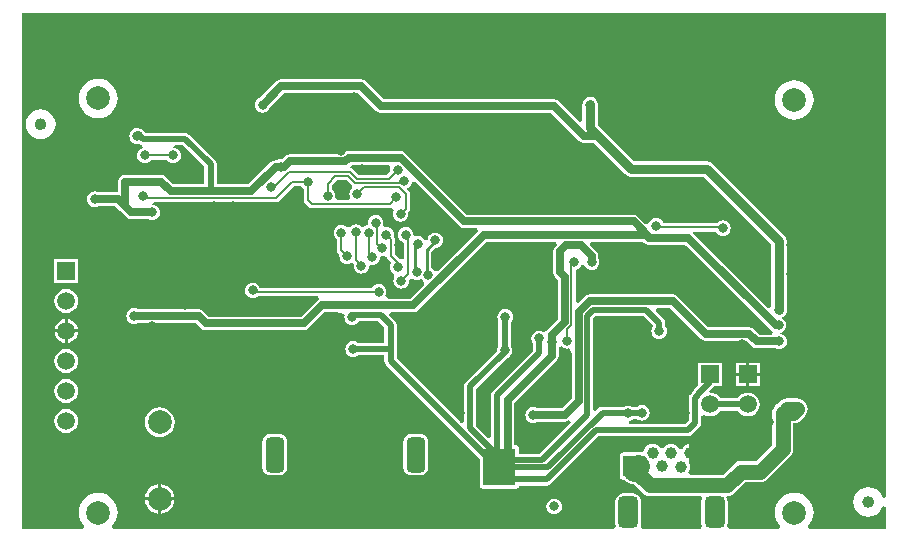
<source format=gbl>
%FSLAX25Y25*%
%MOIN*%
G70*
G01*
G75*
G04 Layer_Physical_Order=2*
G04 Layer_Color=16711680*
%ADD10C,0.01969*%
%ADD11R,0.03000X0.03000*%
%ADD12R,0.02500X0.02000*%
%ADD13R,0.03000X0.03200*%
%ADD14O,0.05906X0.01378*%
%ADD15R,0.03000X0.03000*%
%ADD16R,0.05118X0.05906*%
%ADD17R,0.02000X0.02500*%
%ADD18R,0.01102X0.03543*%
%ADD19R,0.03543X0.01102*%
%ADD20R,0.01102X0.03543*%
%ADD21R,0.05906X0.05118*%
%ADD22R,0.02362X0.05709*%
%ADD23O,0.07087X0.01378*%
%ADD24O,0.02756X0.00787*%
%ADD25O,0.00787X0.02756*%
%ADD26R,0.14961X0.14961*%
%ADD27R,0.05709X0.02362*%
%ADD28R,0.04331X0.04724*%
%ADD29C,0.00800*%
%ADD30C,0.05000*%
%ADD31C,0.01500*%
%ADD32C,0.01000*%
%ADD33C,0.02000*%
%ADD34C,0.07500*%
%ADD35C,0.01200*%
%ADD36C,0.02500*%
%ADD37C,0.04000*%
%ADD38C,0.00600*%
%ADD39R,0.10000X0.10000*%
%ADD40R,0.09000X0.14000*%
%ADD41R,0.10500X0.11500*%
%ADD42R,0.85500X0.12500*%
%ADD43R,0.22500X0.12500*%
%ADD44R,0.02000X0.06500*%
%ADD45R,0.07000X0.18000*%
%ADD46R,0.08500X0.07000*%
%ADD47R,0.05906X0.05906*%
%ADD48C,0.05906*%
%ADD49C,0.07874*%
G04:AMPARAMS|DCode=50|XSize=157.48mil|YSize=74.8mil|CornerRadius=18.7mil|HoleSize=0mil|Usage=FLASHONLY|Rotation=0.000|XOffset=0mil|YOffset=0mil|HoleType=Round|Shape=RoundedRectangle|*
%AMROUNDEDRECTD50*
21,1,0.15748,0.03740,0,0,0.0*
21,1,0.12008,0.07480,0,0,0.0*
1,1,0.03740,0.06004,-0.01870*
1,1,0.03740,-0.06004,-0.01870*
1,1,0.03740,-0.06004,0.01870*
1,1,0.03740,0.06004,0.01870*
%
%ADD50ROUNDEDRECTD50*%
G04:AMPARAMS|DCode=51|XSize=118.11mil|YSize=62.99mil|CornerRadius=15.75mil|HoleSize=0mil|Usage=FLASHONLY|Rotation=270.000|XOffset=0mil|YOffset=0mil|HoleType=Round|Shape=RoundedRectangle|*
%AMROUNDEDRECTD51*
21,1,0.11811,0.03150,0,0,270.0*
21,1,0.08661,0.06299,0,0,270.0*
1,1,0.03150,-0.01575,-0.04331*
1,1,0.03150,-0.01575,0.04331*
1,1,0.03150,0.01575,0.04331*
1,1,0.03150,0.01575,-0.04331*
%
%ADD51ROUNDEDRECTD51*%
G04:AMPARAMS|DCode=52|XSize=106.3mil|YSize=66.93mil|CornerRadius=16.73mil|HoleSize=0mil|Usage=FLASHONLY|Rotation=90.000|XOffset=0mil|YOffset=0mil|HoleType=Round|Shape=RoundedRectangle|*
%AMROUNDEDRECTD52*
21,1,0.10630,0.03347,0,0,90.0*
21,1,0.07284,0.06693,0,0,90.0*
1,1,0.03346,0.01673,0.03642*
1,1,0.03346,0.01673,-0.03642*
1,1,0.03346,-0.01673,-0.03642*
1,1,0.03346,-0.01673,0.03642*
%
%ADD52ROUNDEDRECTD52*%
%ADD53C,0.03937*%
%ADD54C,0.03200*%
%ADD55C,0.02598*%
%ADD56C,0.03000*%
%ADD57R,0.07500X0.07000*%
%ADD58R,0.09500X0.07500*%
%ADD59R,0.10900X0.12400*%
G36*
X274500Y147421D02*
Y13013D01*
X273519Y12818D01*
X273030Y14000D01*
X272235Y15035D01*
X271200Y15830D01*
X269994Y16329D01*
X268700Y16499D01*
X267406Y16329D01*
X266200Y15830D01*
X265165Y15035D01*
X264370Y14000D01*
X263871Y12794D01*
X263701Y11500D01*
X263871Y10206D01*
X264370Y9000D01*
X265165Y7965D01*
X266200Y7170D01*
X267406Y6671D01*
X268700Y6500D01*
X269994Y6671D01*
X271200Y7170D01*
X272235Y7965D01*
X273030Y9000D01*
X273519Y10182D01*
X274500Y9987D01*
Y2500D01*
X249342D01*
X248687Y3298D01*
X248637Y3404D01*
X249431Y4371D01*
X250034Y5500D01*
X250406Y6726D01*
X250531Y8000D01*
X250406Y9274D01*
X250034Y10499D01*
X249431Y11629D01*
X248618Y12618D01*
X247629Y13431D01*
X246499Y14034D01*
X245274Y14406D01*
X244000Y14532D01*
X242726Y14406D01*
X241500Y14034D01*
X240371Y13431D01*
X239382Y12618D01*
X238569Y11629D01*
X237966Y10499D01*
X237594Y9274D01*
X237469Y8000D01*
X237594Y6726D01*
X237966Y5500D01*
X238569Y4371D01*
X239363Y3404D01*
X239313Y3298D01*
X238658Y2500D01*
X222197D01*
X221641Y3331D01*
X221778Y3660D01*
X221869Y4358D01*
Y11642D01*
X221778Y12340D01*
X221508Y12990D01*
X221461Y13052D01*
X221686Y13509D01*
X222599Y13629D01*
X223451Y13982D01*
X224182Y14543D01*
X227759Y18120D01*
X232650D01*
X233564Y18240D01*
X234415Y18593D01*
X235146Y19154D01*
X235146Y19154D01*
X235146Y19154D01*
X242696Y26704D01*
X243257Y27435D01*
X243610Y28286D01*
X243730Y29200D01*
X243730Y29200D01*
X243730Y29200D01*
Y29200D01*
Y37674D01*
X244614Y37790D01*
X245465Y38143D01*
X246196Y38704D01*
X247496Y40004D01*
X248057Y40735D01*
X248410Y41586D01*
X248530Y42500D01*
X248410Y43414D01*
X248057Y44265D01*
X247496Y44996D01*
X246765Y45557D01*
X245914Y45910D01*
X245000Y46030D01*
X241500D01*
X240586Y45910D01*
X239735Y45557D01*
X239004Y44996D01*
X238443Y44265D01*
X238440Y44260D01*
X238435Y44257D01*
X237704Y43696D01*
X237143Y42965D01*
X236790Y42114D01*
X236670Y41200D01*
Y30662D01*
X231188Y25180D01*
X226297D01*
X225383Y25060D01*
X224532Y24707D01*
X223801Y24146D01*
X220223Y20569D01*
X209166D01*
X208723Y21466D01*
X208873Y21660D01*
X209172Y22382D01*
X209274Y23157D01*
X209172Y23932D01*
X208873Y24655D01*
X209429Y24888D01*
X208929Y24953D01*
Y27881D01*
Y30810D01*
X208654Y30774D01*
X207932Y30475D01*
X207312Y29999D01*
X206836Y29379D01*
X206679Y29000D01*
X205679D01*
X205522Y29379D01*
X205046Y29999D01*
X204426Y30475D01*
X203704Y30774D01*
X202929Y30876D01*
X202154Y30774D01*
X201432Y30475D01*
X200812Y29999D01*
X200380Y29436D01*
X199380D01*
X198948Y29999D01*
X198328Y30475D01*
X197606Y30774D01*
X196831Y30876D01*
X196056Y30774D01*
X195334Y30475D01*
X194714Y29999D01*
X194238Y29379D01*
X193939Y28657D01*
X193936Y28638D01*
X193240Y28128D01*
D01*
X193240Y28128D01*
D01*
X192000Y28291D01*
X190760Y28128D01*
X190499Y28020D01*
X187000D01*
X186610Y27942D01*
X186279Y27721D01*
X186058Y27390D01*
X185980Y27000D01*
Y22413D01*
X185959Y22250D01*
X185980Y22087D01*
Y20000D01*
X186058Y19610D01*
X186279Y19279D01*
X186610Y19058D01*
X187000Y18980D01*
X187272D01*
X187362Y18862D01*
X188355Y18101D01*
X189510Y17622D01*
X190518Y17490D01*
X193465Y14543D01*
X193465D01*
X193465Y14543D01*
X193465Y14543D01*
Y14543D01*
X194196Y13982D01*
X195047Y13629D01*
X195961Y13509D01*
X212807D01*
X213362Y12677D01*
X213222Y12340D01*
X213130Y11642D01*
Y4358D01*
X213222Y3660D01*
X213359Y3331D01*
X212803Y2500D01*
X193457D01*
X192901Y3331D01*
X193037Y3660D01*
X193129Y4358D01*
Y11642D01*
X193037Y12340D01*
X192768Y12990D01*
X192340Y13548D01*
X191781Y13977D01*
X191131Y14246D01*
X190433Y14338D01*
X187087D01*
X186389Y14246D01*
X185739Y13977D01*
X185180Y13548D01*
X184751Y12990D01*
X184482Y12340D01*
X184390Y11642D01*
Y4358D01*
X184482Y3660D01*
X184618Y3331D01*
X184063Y2500D01*
X17342D01*
X16687Y3298D01*
X16637Y3404D01*
X17431Y4371D01*
X18034Y5500D01*
X18406Y6726D01*
X18531Y8000D01*
X18406Y9274D01*
X18034Y10499D01*
X17431Y11629D01*
X16618Y12618D01*
X15629Y13431D01*
X14500Y14034D01*
X13274Y14406D01*
X12000Y14532D01*
X10726Y14406D01*
X9500Y14034D01*
X8371Y13431D01*
X7382Y12618D01*
X6569Y11629D01*
X5966Y10499D01*
X5594Y9274D01*
X5469Y8000D01*
X5594Y6726D01*
X5966Y5500D01*
X6569Y4371D01*
X7363Y3404D01*
X7313Y3298D01*
X6658Y2500D01*
X-13500D01*
Y174500D01*
X274500D01*
Y147421D01*
D02*
G37*
%LPC*%
G36*
X209929Y30810D02*
Y28382D01*
X212357D01*
X212321Y28657D01*
X212022Y29379D01*
X211546Y29999D01*
X210926Y30475D01*
X210204Y30774D01*
X209929Y30810D01*
D02*
G37*
G36*
X32500Y43070D02*
X31211Y42900D01*
X30010Y42403D01*
X28979Y41612D01*
X28188Y40580D01*
X27690Y39379D01*
X27520Y38091D01*
X27690Y36802D01*
X28188Y35601D01*
X28979Y34569D01*
X30010Y33778D01*
X31211Y33281D01*
X32500Y33111D01*
X33789Y33281D01*
X34990Y33778D01*
X36021Y34569D01*
X36812Y35601D01*
X37310Y36802D01*
X37480Y38091D01*
X37310Y39379D01*
X36812Y40580D01*
X36021Y41612D01*
X34990Y42403D01*
X33789Y42900D01*
X32500Y43070D01*
D02*
G37*
G36*
X119475Y34228D02*
X116325D01*
X115653Y34139D01*
X115027Y33880D01*
X114489Y33467D01*
X114076Y32929D01*
X113817Y32303D01*
X113728Y31631D01*
Y22969D01*
X113817Y22297D01*
X114076Y21671D01*
X114489Y21133D01*
X115027Y20720D01*
X115653Y20461D01*
X116325Y20372D01*
X119475D01*
X120147Y20461D01*
X120773Y20720D01*
X121311Y21133D01*
X121724Y21671D01*
X121983Y22297D01*
X122072Y22969D01*
Y31631D01*
X121983Y32303D01*
X121724Y32929D01*
X121311Y33467D01*
X120773Y33880D01*
X120147Y34139D01*
X119475Y34228D01*
D02*
G37*
G36*
X212357Y27382D02*
X209929D01*
Y24954D01*
X210204Y24990D01*
X210926Y25289D01*
X211546Y25765D01*
X212022Y26385D01*
X212321Y27107D01*
X212357Y27382D01*
D02*
G37*
G36*
X1400Y52487D02*
X368Y52351D01*
X-593Y51953D01*
X-1419Y51319D01*
X-2053Y50493D01*
X-2451Y49532D01*
X-2587Y48500D01*
X-2451Y47468D01*
X-2053Y46507D01*
X-1419Y45681D01*
X-593Y45047D01*
X368Y44649D01*
X1400Y44513D01*
X2432Y44649D01*
X3393Y45047D01*
X4219Y45681D01*
X4853Y46507D01*
X5251Y47468D01*
X5387Y48500D01*
X5251Y49532D01*
X4853Y50493D01*
X4219Y51319D01*
X3393Y51953D01*
X2432Y52351D01*
X1400Y52487D01*
D02*
G37*
G36*
X228100Y53500D02*
X224647D01*
Y50047D01*
X228100D01*
Y53500D01*
D02*
G37*
G36*
X1400Y42487D02*
X368Y42351D01*
X-593Y41953D01*
X-1419Y41319D01*
X-2053Y40493D01*
X-2451Y39532D01*
X-2587Y38500D01*
X-2451Y37468D01*
X-2053Y36507D01*
X-1419Y35681D01*
X-593Y35047D01*
X368Y34649D01*
X1400Y34513D01*
X2432Y34649D01*
X3393Y35047D01*
X4219Y35681D01*
X4853Y36507D01*
X5251Y37468D01*
X5387Y38500D01*
X5251Y39532D01*
X4853Y40493D01*
X4219Y41319D01*
X3393Y41953D01*
X2432Y42351D01*
X1400Y42487D01*
D02*
G37*
G36*
X164000Y12622D02*
X163321Y12533D01*
X162689Y12271D01*
X162146Y11854D01*
X161729Y11311D01*
X161467Y10679D01*
X161378Y10000D01*
X161467Y9321D01*
X161729Y8689D01*
X162146Y8146D01*
X162689Y7729D01*
X163321Y7467D01*
X164000Y7378D01*
X164679Y7467D01*
X165311Y7729D01*
X165854Y8146D01*
X166271Y8689D01*
X166533Y9321D01*
X166622Y10000D01*
X166533Y10679D01*
X166271Y11311D01*
X165854Y11854D01*
X165311Y12271D01*
X164679Y12533D01*
X164000Y12622D01*
D02*
G37*
G36*
X72475Y34228D02*
X69325D01*
X68653Y34139D01*
X68027Y33880D01*
X67489Y33467D01*
X67076Y32929D01*
X66817Y32303D01*
X66728Y31631D01*
Y22969D01*
X66817Y22297D01*
X67076Y21671D01*
X67489Y21133D01*
X68027Y20720D01*
X68653Y20461D01*
X69325Y20372D01*
X72475D01*
X73147Y20461D01*
X73773Y20720D01*
X74311Y21133D01*
X74724Y21671D01*
X74983Y22297D01*
X75072Y22969D01*
Y31631D01*
X74983Y32303D01*
X74724Y32929D01*
X74311Y33467D01*
X73773Y33880D01*
X73147Y34139D01*
X72475Y34228D01*
D02*
G37*
G36*
X76904Y14348D02*
X71400D01*
Y10084D01*
X79799D01*
Y11453D01*
X79700Y12203D01*
X79411Y12901D01*
X78951Y13500D01*
X78351Y13961D01*
X77653Y14250D01*
X76904Y14348D01*
D02*
G37*
G36*
X117400D02*
X111896D01*
X111147Y14250D01*
X110449Y13961D01*
X109849Y13500D01*
X109389Y12901D01*
X109100Y12203D01*
X109001Y11453D01*
Y10084D01*
X117400D01*
Y14348D01*
D02*
G37*
G36*
X37414Y12000D02*
X33000D01*
Y7586D01*
X33789Y7690D01*
X34990Y8187D01*
X36021Y8979D01*
X36812Y10010D01*
X37310Y11211D01*
X37414Y12000D01*
D02*
G37*
G36*
X70400Y14348D02*
X64896D01*
X64147Y14250D01*
X63449Y13961D01*
X62849Y13500D01*
X62389Y12901D01*
X62100Y12203D01*
X62001Y11453D01*
Y10084D01*
X70400D01*
Y14348D01*
D02*
G37*
G36*
X33000Y17414D02*
Y13000D01*
X37414D01*
X37310Y13789D01*
X36812Y14990D01*
X36021Y16021D01*
X34990Y16813D01*
X33789Y17310D01*
X33000Y17414D01*
D02*
G37*
G36*
X32000Y12000D02*
X27586D01*
X27690Y11211D01*
X28188Y10010D01*
X28979Y8979D01*
X30010Y8187D01*
X31211Y7690D01*
X32000Y7586D01*
Y12000D01*
D02*
G37*
G36*
X123904Y14348D02*
X118400D01*
Y10084D01*
X126799D01*
Y11453D01*
X126700Y12203D01*
X126411Y12901D01*
X125951Y13500D01*
X125351Y13961D01*
X124653Y14250D01*
X123904Y14348D01*
D02*
G37*
G36*
X32000Y17414D02*
X31211Y17310D01*
X30010Y16813D01*
X28979Y16021D01*
X28188Y14990D01*
X27690Y13789D01*
X27586Y13000D01*
X32000D01*
Y17414D01*
D02*
G37*
G36*
X117400Y9083D02*
X109001D01*
Y7713D01*
X109100Y6964D01*
X109389Y6266D01*
X109849Y5666D01*
X110449Y5206D01*
X111147Y4917D01*
X111896Y4818D01*
X117400D01*
Y9083D01*
D02*
G37*
G36*
X99600Y152494D02*
X73100D01*
X72222Y152320D01*
X71478Y151822D01*
X66073Y146417D01*
X65496Y146178D01*
X64953Y145762D01*
X64536Y145219D01*
X64274Y144586D01*
X64185Y143907D01*
X64274Y143228D01*
X64536Y142596D01*
X64953Y142053D01*
X65496Y141636D01*
X66128Y141374D01*
X66807Y141285D01*
X67486Y141374D01*
X68118Y141636D01*
X68661Y142053D01*
X69078Y142596D01*
X69317Y143173D01*
X74050Y147906D01*
X98650D01*
X104678Y141878D01*
X104678D01*
X104678Y141878D01*
X104678Y141878D01*
Y141878D01*
X105422Y141381D01*
X106300Y141206D01*
X163050D01*
X172378Y131878D01*
X173122Y131380D01*
X174000Y131206D01*
X177189D01*
X187698Y120698D01*
X187698D01*
X187698Y120698D01*
X187698Y120698D01*
Y120698D01*
X188524Y120145D01*
X189500Y119951D01*
X213944D01*
X236451Y97444D01*
Y76816D01*
X235699Y76157D01*
X235225Y76219D01*
X210322Y101122D01*
X210459Y101573D01*
X217923D01*
X217979Y101439D01*
X218396Y100896D01*
X218939Y100479D01*
X219571Y100217D01*
X220250Y100128D01*
X220929Y100217D01*
X221561Y100479D01*
X222104Y100896D01*
X222521Y101439D01*
X222783Y102071D01*
X222872Y102750D01*
X222783Y103429D01*
X222521Y104061D01*
X222104Y104604D01*
X221561Y105021D01*
X220929Y105283D01*
X220250Y105372D01*
X219571Y105283D01*
X218939Y105021D01*
X218396Y104604D01*
X218260Y104427D01*
X200430D01*
X200271Y104811D01*
X199854Y105354D01*
X199311Y105771D01*
X198679Y106033D01*
X198000Y106122D01*
X197321Y106033D01*
X196689Y105771D01*
X196146Y105354D01*
X195729Y104811D01*
X195547Y104373D01*
X194928Y104250D01*
X194429Y104315D01*
X192122Y106622D01*
X191378Y107120D01*
X190500Y107294D01*
X135029D01*
X114451Y127872D01*
X113707Y128369D01*
X112829Y128544D01*
X95629D01*
X94751Y128369D01*
X94007Y127872D01*
X93479Y127344D01*
X75868D01*
X74990Y127170D01*
X74246Y126672D01*
X73321Y125748D01*
X72807Y125815D01*
X72128Y125726D01*
X71552Y125487D01*
X71193D01*
X70315Y125312D01*
X69571Y124815D01*
X62100Y117344D01*
X51539D01*
Y124000D01*
X51539Y124000D01*
X51384Y124780D01*
X50942Y125442D01*
X50942Y125442D01*
X42442Y133942D01*
X41780Y134384D01*
X41000Y134539D01*
X27845D01*
X26942Y135442D01*
X26280Y135884D01*
X25815Y135976D01*
X25679Y136033D01*
X25000Y136122D01*
X24321Y136033D01*
X23689Y135771D01*
X23146Y135354D01*
X22729Y134811D01*
X22467Y134179D01*
X22378Y133500D01*
X22467Y132821D01*
X22729Y132189D01*
X23146Y131646D01*
X23689Y131229D01*
X24321Y130967D01*
X25000Y130878D01*
X25679Y130967D01*
X25688Y130971D01*
X26220Y130616D01*
X26507Y130559D01*
X26507D01*
X26691Y130522D01*
X26738Y130168D01*
X26801Y129525D01*
X26189Y129271D01*
X25646Y128854D01*
X25229Y128311D01*
X24967Y127679D01*
X24878Y127000D01*
X24967Y126321D01*
X25229Y125689D01*
X25646Y125146D01*
X26189Y124729D01*
X26821Y124467D01*
X27500Y124378D01*
X28179Y124467D01*
X28811Y124729D01*
X29354Y125146D01*
X29682Y125573D01*
X34818D01*
X35146Y125146D01*
X35689Y124729D01*
X36321Y124467D01*
X37000Y124378D01*
X37679Y124467D01*
X38311Y124729D01*
X38854Y125146D01*
X39271Y125689D01*
X39533Y126321D01*
X39622Y127000D01*
X39533Y127679D01*
X39271Y128311D01*
X38854Y128854D01*
X38311Y129271D01*
X37679Y129533D01*
X37000Y129622D01*
Y129754D01*
X37707Y130461D01*
X40155D01*
X47461Y123155D01*
Y117344D01*
X37100D01*
X34522Y119922D01*
X33778Y120420D01*
X32900Y120594D01*
X21000D01*
X20122Y120420D01*
X19378Y119922D01*
X18880Y119178D01*
X18706Y118300D01*
Y114699D01*
X18700Y114694D01*
X12056D01*
X11479Y114933D01*
X10800Y115022D01*
X10121Y114933D01*
X9489Y114671D01*
X8946Y114254D01*
X8529Y113711D01*
X8267Y113079D01*
X8178Y112400D01*
X8267Y111721D01*
X8529Y111089D01*
X8946Y110546D01*
X9489Y110129D01*
X10121Y109867D01*
X10800Y109778D01*
X11479Y109867D01*
X12056Y110106D01*
X17750D01*
X19378Y108478D01*
X19378D01*
X19378Y108478D01*
X21478Y106378D01*
X22222Y105880D01*
X23100Y105706D01*
X28744D01*
X29321Y105467D01*
X30000Y105378D01*
X30679Y105467D01*
X31311Y105729D01*
X31854Y106146D01*
X32271Y106689D01*
X32533Y107321D01*
X32622Y108000D01*
X32533Y108679D01*
X32271Y109311D01*
X31854Y109854D01*
X31311Y110271D01*
X30679Y110533D01*
X30000Y110622D01*
Y110666D01*
X30707Y111373D01*
X71300D01*
X71300Y111373D01*
X71846Y111481D01*
X72309Y111791D01*
X77249Y116730D01*
X79625D01*
X79953Y116303D01*
X80496Y115886D01*
X80573Y115854D01*
Y112000D01*
X80573Y112000D01*
X80681Y111454D01*
X80991Y110991D01*
X82141Y109841D01*
X82141Y109841D01*
X82604Y109531D01*
X82604Y109531D01*
X82604Y109531D01*
D01*
X82604Y109531D01*
X82604Y109531D01*
X83150Y109423D01*
X83150Y109423D01*
X109150D01*
X109150Y109423D01*
X109696Y109531D01*
X109709Y109540D01*
X110529Y108911D01*
X110267Y108279D01*
X110178Y107600D01*
X110267Y106921D01*
X110529Y106289D01*
X110946Y105746D01*
X111489Y105329D01*
X112121Y105067D01*
X112800Y104978D01*
X113479Y105067D01*
X114111Y105329D01*
X114654Y105746D01*
X115071Y106289D01*
X115333Y106921D01*
X115422Y107600D01*
X115352Y108133D01*
X115509Y108291D01*
X115509Y108291D01*
X115695Y108568D01*
X115819Y108754D01*
X115927Y109300D01*
Y114100D01*
X115927Y114100D01*
X115819Y114646D01*
X115509Y115109D01*
X115509Y115109D01*
X114672Y115947D01*
X114679Y115967D01*
X115311Y116229D01*
X115854Y116646D01*
X116271Y117189D01*
X116533Y117821D01*
X116558Y118009D01*
X117505Y118330D01*
X132457Y103378D01*
X132457D01*
X132457Y103378D01*
X132457D01*
X132457Y103378D01*
Y103378D01*
X132457Y103378D01*
Y103378D01*
X133201Y102881D01*
X134079Y102706D01*
X138155D01*
X138538Y101782D01*
X125253Y88497D01*
X124255Y88563D01*
X123954Y88954D01*
X123411Y89371D01*
X123029Y89529D01*
Y94867D01*
X124259Y96096D01*
X124400Y96078D01*
X125079Y96167D01*
X125711Y96429D01*
X126254Y96846D01*
X126671Y97389D01*
X126933Y98021D01*
X127022Y98700D01*
X126933Y99379D01*
X126671Y100011D01*
X126254Y100554D01*
X125711Y100971D01*
X125079Y101233D01*
X124400Y101322D01*
X123721Y101233D01*
X123089Y100971D01*
X122546Y100554D01*
X122129Y100011D01*
X121867Y99379D01*
X121798Y98856D01*
X120807Y98725D01*
X120771Y98811D01*
X120354Y99354D01*
X119811Y99771D01*
X119179Y100033D01*
X118500Y100122D01*
X117821Y100033D01*
X117127Y100453D01*
X117122Y100500D01*
X117122Y100500D01*
X117122D01*
X117033Y101179D01*
X116771Y101811D01*
X116354Y102354D01*
X115811Y102771D01*
X115179Y103033D01*
X114500Y103122D01*
X113821Y103033D01*
X113189Y102771D01*
X112646Y102354D01*
X112229Y101811D01*
X111967Y101179D01*
X111878Y100500D01*
X111967Y99821D01*
X112229Y99189D01*
X112646Y98646D01*
X113189Y98229D01*
X113821Y97967D01*
X113973Y97947D01*
Y92963D01*
X113551Y92414D01*
X112551Y92447D01*
X112509Y92509D01*
X110927Y94091D01*
Y99000D01*
X110927Y99000D01*
X110819Y99546D01*
X110550Y99949D01*
X110622Y100500D01*
X110533Y101179D01*
X110271Y101811D01*
X109854Y102354D01*
X109311Y102771D01*
X108679Y103033D01*
X108000Y103122D01*
X107321Y103033D01*
X107033Y103821D01*
X107122Y104500D01*
X107033Y105179D01*
X106771Y105811D01*
X106354Y106354D01*
X105811Y106771D01*
X105179Y107033D01*
X104500Y107122D01*
X103821Y107033D01*
X103189Y106771D01*
X102646Y106354D01*
X102229Y105811D01*
X101967Y105179D01*
X101878Y104500D01*
X101958Y103891D01*
X101521Y103833D01*
X100889Y103571D01*
X100346Y103154D01*
X99754Y103254D01*
X99211Y103671D01*
X98579Y103933D01*
X97900Y104022D01*
X97221Y103933D01*
X96589Y103671D01*
X96046Y103254D01*
X95962Y103145D01*
X94962D01*
X94954Y103154D01*
X94411Y103571D01*
X93779Y103833D01*
X93100Y103922D01*
X92421Y103833D01*
X91789Y103571D01*
X91246Y103154D01*
X90829Y102611D01*
X90567Y101979D01*
X90478Y101300D01*
X90567Y100621D01*
X90829Y99989D01*
X91246Y99446D01*
X91673Y99118D01*
Y95400D01*
X91673Y95400D01*
X91781Y94854D01*
X92091Y94391D01*
X92448Y94033D01*
X92378Y93500D01*
X92467Y92821D01*
X92729Y92189D01*
X93146Y91646D01*
X93689Y91229D01*
X94321Y90967D01*
X95000Y90878D01*
X95679Y90967D01*
X96311Y91229D01*
X96859Y91138D01*
X96891Y91091D01*
X97227Y90754D01*
X97157Y90220D01*
X97246Y89542D01*
X97508Y88909D01*
X97925Y88366D01*
X98468Y87949D01*
X99101Y87687D01*
X99779Y87598D01*
X100458Y87687D01*
X101091Y87949D01*
X101634Y88366D01*
X102051Y88909D01*
X102313Y89542D01*
X102402Y90220D01*
X102721Y90567D01*
X102721Y90567D01*
X102721Y90567D01*
X103400Y90478D01*
X104079Y90567D01*
X104711Y90829D01*
X105254Y91246D01*
X105671Y91789D01*
X105933Y92421D01*
X106022Y93100D01*
D01*
D01*
X106500Y93378D01*
X107179Y93467D01*
X107259Y93500D01*
X107301D01*
X108164Y93038D01*
X108181Y92954D01*
X108491Y92491D01*
X109777Y91204D01*
X109629Y91011D01*
X109367Y90379D01*
X109278Y89700D01*
X109367Y89021D01*
X109629Y88389D01*
X110046Y87846D01*
X110589Y87429D01*
X110589Y87429D01*
X110589D01*
X110606Y87418D01*
X110769Y86511D01*
X110507Y85879D01*
X110418Y85200D01*
X110507Y84521D01*
X110769Y83889D01*
X111186Y83346D01*
X111729Y82929D01*
X112361Y82667D01*
X113040Y82578D01*
X113719Y82667D01*
X114351Y82929D01*
X114894Y83346D01*
X115311Y83889D01*
X115573Y84521D01*
X115663Y85200D01*
X115620Y85525D01*
X116303Y86255D01*
X116446Y86246D01*
X116989Y85829D01*
X117621Y85567D01*
X118300Y85478D01*
X118979Y85567D01*
X119611Y85829D01*
X119629Y85842D01*
X119829Y85789D01*
X120246Y85246D01*
X120637Y84945D01*
X120703Y83947D01*
X116050Y79294D01*
X108937D01*
X107771Y80189D01*
X108033Y80821D01*
X108122Y81500D01*
X108033Y82179D01*
X107771Y82811D01*
X107354Y83354D01*
X106811Y83771D01*
X106179Y84033D01*
X105500Y84122D01*
X104821Y84033D01*
X104189Y83771D01*
X103646Y83354D01*
X103318Y82927D01*
X65930D01*
X65771Y83311D01*
X65354Y83854D01*
X64811Y84271D01*
X64179Y84533D01*
X63500Y84622D01*
X62821Y84533D01*
X62189Y84271D01*
X61646Y83854D01*
X61229Y83311D01*
X60967Y82679D01*
X60878Y82000D01*
X60967Y81321D01*
X61229Y80689D01*
X61646Y80146D01*
X62189Y79729D01*
X62821Y79467D01*
X63500Y79378D01*
X64179Y79467D01*
X64811Y79729D01*
X65259Y80073D01*
X85321D01*
X85611Y79116D01*
X84888Y78632D01*
X79550Y73294D01*
X48950D01*
X47122Y75122D01*
X46378Y75619D01*
X45500Y75794D01*
X25256D01*
X24679Y76033D01*
X24000Y76122D01*
X23321Y76033D01*
X22689Y75771D01*
X22146Y75354D01*
X21729Y74811D01*
X21467Y74179D01*
X21378Y73500D01*
X21467Y72821D01*
X21729Y72189D01*
X22146Y71646D01*
X22689Y71229D01*
X23321Y70967D01*
X24000Y70878D01*
X24679Y70967D01*
X25256Y71206D01*
X44550D01*
X46378Y69378D01*
X47122Y68881D01*
X48000Y68706D01*
X80500D01*
X81378Y68881D01*
X82122Y69378D01*
X82122Y69378D01*
X82122Y69378D01*
X87460Y74716D01*
X90909D01*
X92824Y74335D01*
X94167Y73779D01*
X94078Y73100D01*
X94167Y72421D01*
X94429Y71789D01*
X94846Y71246D01*
X95389Y70829D01*
X96021Y70567D01*
X96700Y70478D01*
X97379Y70567D01*
X98011Y70829D01*
X98554Y71246D01*
X98919Y71721D01*
X105395D01*
X107461Y69655D01*
Y64539D01*
X98614D01*
X98311Y64771D01*
X97679Y65033D01*
X97000Y65122D01*
X96321Y65033D01*
X95689Y64771D01*
X95146Y64354D01*
X94729Y63811D01*
X94467Y63179D01*
X94378Y62500D01*
X94467Y61821D01*
X94729Y61189D01*
X95146Y60646D01*
X95689Y60229D01*
X96321Y59967D01*
X97000Y59878D01*
X97679Y59967D01*
X98311Y60229D01*
X98614Y60461D01*
X107461D01*
Y58500D01*
X107461Y58500D01*
X107461D01*
X107616Y57720D01*
X108058Y57058D01*
X139280Y25836D01*
Y17000D01*
X139358Y16610D01*
X139579Y16279D01*
X139910Y16058D01*
X140300Y15980D01*
X151200D01*
X151590Y16058D01*
X151921Y16279D01*
X152142Y16610D01*
X152212Y16961D01*
X161500D01*
X162280Y17116D01*
X162942Y17558D01*
X162942Y17558D01*
X162942Y17558D01*
X178745Y33361D01*
X208600D01*
X209380Y33516D01*
X210042Y33958D01*
X210042Y33958D01*
X210042Y33958D01*
X212442Y36358D01*
X212884Y37020D01*
X213039Y37800D01*
X213039Y37800D01*
X213039Y37800D01*
Y37800D01*
Y40159D01*
X213936Y40601D01*
X214007Y40547D01*
X214968Y40149D01*
X216000Y40013D01*
X217032Y40149D01*
X217993Y40547D01*
X218819Y41181D01*
X219418Y41961D01*
X225182D01*
X225781Y41181D01*
X226607Y40547D01*
X227568Y40149D01*
X228600Y40013D01*
X229632Y40149D01*
X230593Y40547D01*
X231419Y41181D01*
X232053Y42007D01*
X232451Y42968D01*
X232587Y44000D01*
X232451Y45032D01*
X232053Y45993D01*
X231419Y46819D01*
X230593Y47453D01*
X229632Y47851D01*
X228600Y47987D01*
X227568Y47851D01*
X226607Y47453D01*
X225781Y46819D01*
X225182Y46039D01*
X219418D01*
X218819Y46819D01*
X217993Y47453D01*
X217032Y47851D01*
X216000Y47987D01*
X215792Y48408D01*
X217431Y50047D01*
X219953D01*
Y57953D01*
X212047D01*
Y50431D01*
X210558Y48942D01*
X210116Y48280D01*
X210110Y48252D01*
X209558Y47699D01*
X209116Y47038D01*
X208961Y46257D01*
Y38645D01*
X207755Y37439D01*
X189207D01*
X189004Y37642D01*
X188954Y38407D01*
X188954D01*
X188952Y38437D01*
X189179Y38467D01*
X189330Y38529D01*
X189330D01*
X189811Y38729D01*
X190354Y39146D01*
X190385Y39185D01*
X191611D01*
X191913Y38953D01*
X192546Y38691D01*
X193224Y38602D01*
X193903Y38691D01*
X194536Y38953D01*
X195079Y39370D01*
X195495Y39913D01*
X195757Y40546D01*
X195847Y41224D01*
X195757Y41903D01*
X195495Y42536D01*
X195079Y43079D01*
X194536Y43496D01*
X193903Y43758D01*
X193224Y43847D01*
X192546Y43758D01*
X191913Y43496D01*
X191611Y43264D01*
X189821D01*
X189811Y43271D01*
X189179Y43533D01*
X188500Y43622D01*
X187821Y43533D01*
X187189Y43271D01*
X187179Y43264D01*
X180224D01*
X179444Y43108D01*
X178782Y42666D01*
X178013Y41897D01*
X177089Y42280D01*
Y72775D01*
X177925Y73611D01*
X193805D01*
X196961Y70455D01*
Y70113D01*
X196729Y69811D01*
X196467Y69179D01*
X196378Y68500D01*
X196467Y67821D01*
X196729Y67189D01*
X197146Y66646D01*
X197689Y66229D01*
X198321Y65967D01*
X199000Y65878D01*
X199679Y65967D01*
X200311Y66229D01*
X200854Y66646D01*
X201271Y67189D01*
X201533Y67821D01*
X201622Y68500D01*
X201533Y69179D01*
X201271Y69811D01*
X201039Y70113D01*
Y71300D01*
X200884Y72080D01*
X200442Y72742D01*
X197902Y75282D01*
X198284Y76206D01*
X202550D01*
X212878Y65878D01*
X212878D01*
X212878Y65878D01*
X212878Y65878D01*
Y65878D01*
X213622Y65381D01*
X214500Y65206D01*
X228050D01*
X229878Y63378D01*
X229878D01*
X229878Y63378D01*
X229878Y63378D01*
Y63378D01*
X230622Y62881D01*
X231500Y62706D01*
X237744D01*
X238321Y62467D01*
X239000Y62378D01*
X239679Y62467D01*
X240311Y62729D01*
X240854Y63146D01*
X241271Y63689D01*
X241533Y64321D01*
X241622Y65000D01*
X241533Y65679D01*
X241271Y66311D01*
X240854Y66854D01*
X240311Y67271D01*
X239679Y67533D01*
X239000Y67622D01*
D01*
X239155Y67824D01*
X239479Y67867D01*
X239630Y67929D01*
X239630D01*
X240111Y68129D01*
X240654Y68546D01*
X241071Y69089D01*
X241333Y69721D01*
X241422Y70400D01*
X241333Y71079D01*
X241071Y71711D01*
X240654Y72254D01*
X240111Y72671D01*
X239479Y72933D01*
X239479Y72933D01*
X239479D01*
X239486Y72942D01*
X239679Y72967D01*
X240311Y73229D01*
D01*
X240311D01*
X240311Y73229D01*
X240854Y73646D01*
X241271Y74189D01*
X241533Y74821D01*
X241622Y75500D01*
X241549Y76058D01*
Y98500D01*
X241355Y99476D01*
X240802Y100302D01*
X216802Y124302D01*
X215975Y124855D01*
X215000Y125049D01*
X190556D01*
X180302Y135302D01*
X178549Y137056D01*
Y143192D01*
X178622Y143750D01*
X178533Y144429D01*
X178400Y144751D01*
X178355Y144975D01*
X177802Y145802D01*
X176976Y146355D01*
X176000Y146549D01*
X175024Y146355D01*
X174198Y145802D01*
X173645Y144975D01*
X173600Y144751D01*
X173467Y144429D01*
X173378Y143750D01*
X173451Y143192D01*
Y138600D01*
X172527Y138217D01*
X165622Y145122D01*
X164878Y145619D01*
X164000Y145794D01*
X107250D01*
X101222Y151822D01*
X100478Y152320D01*
X99600Y152494D01*
D02*
G37*
G36*
X1400Y82487D02*
X368Y82351D01*
X-593Y81953D01*
X-1419Y81319D01*
X-2053Y80493D01*
X-2451Y79532D01*
X-2587Y78500D01*
X-2451Y77468D01*
X-2053Y76507D01*
X-1419Y75681D01*
X-593Y75047D01*
X368Y74649D01*
X1400Y74513D01*
X2432Y74649D01*
X3393Y75047D01*
X4219Y75681D01*
X4853Y76507D01*
X5251Y77468D01*
X5387Y78500D01*
X5251Y79532D01*
X4853Y80493D01*
X4219Y81319D01*
X3393Y81953D01*
X2432Y82351D01*
X1400Y82487D01*
D02*
G37*
G36*
X5353Y92453D02*
X-2553D01*
Y84547D01*
X5353D01*
Y92453D01*
D02*
G37*
G36*
X79799Y9083D02*
X71400D01*
Y4818D01*
X76904D01*
X77653Y4917D01*
X78351Y5206D01*
X78951Y5666D01*
X79411Y6266D01*
X79700Y6964D01*
X79799Y7713D01*
Y9083D01*
D02*
G37*
G36*
X244000Y152031D02*
X242726Y151906D01*
X241500Y151534D01*
X240371Y150931D01*
X239382Y150118D01*
X238569Y149129D01*
X237966Y148000D01*
X237594Y146774D01*
X237469Y145500D01*
X237594Y144226D01*
X237966Y143000D01*
X238569Y141871D01*
X239382Y140882D01*
X240371Y140069D01*
X241500Y139466D01*
X242726Y139094D01*
X244000Y138969D01*
X245274Y139094D01*
X246499Y139466D01*
X247629Y140069D01*
X248618Y140882D01*
X249431Y141871D01*
X250034Y143000D01*
X250406Y144226D01*
X250531Y145500D01*
X250406Y146774D01*
X250034Y148000D01*
X249431Y149129D01*
X248618Y150118D01*
X247629Y150931D01*
X246499Y151534D01*
X245274Y151906D01*
X244000Y152031D01*
D02*
G37*
G36*
X12000Y152531D02*
X10726Y152406D01*
X9500Y152034D01*
X8371Y151431D01*
X7382Y150618D01*
X6569Y149629D01*
X5966Y148500D01*
X5594Y147274D01*
X5469Y146000D01*
X5594Y144726D01*
X5966Y143500D01*
X6569Y142371D01*
X7382Y141382D01*
X8371Y140569D01*
X9500Y139966D01*
X10726Y139594D01*
X12000Y139469D01*
X13274Y139594D01*
X14500Y139966D01*
X15629Y140569D01*
X16618Y141382D01*
X17431Y142371D01*
X18034Y143500D01*
X18406Y144726D01*
X18531Y146000D01*
X18406Y147274D01*
X18034Y148500D01*
X17431Y149629D01*
X16618Y150618D01*
X15629Y151431D01*
X14500Y152034D01*
X13274Y152406D01*
X12000Y152531D01*
D02*
G37*
G36*
X70400Y9083D02*
X62001D01*
Y7713D01*
X62100Y6964D01*
X62389Y6266D01*
X62849Y5666D01*
X63449Y5206D01*
X64147Y4917D01*
X64896Y4818D01*
X70400D01*
Y9083D01*
D02*
G37*
G36*
X-7200Y142400D02*
X-8494Y142229D01*
X-9700Y141730D01*
X-10735Y140935D01*
X-11530Y139900D01*
X-12029Y138694D01*
X-12200Y137400D01*
X-12029Y136106D01*
X-11530Y134900D01*
X-10735Y133865D01*
X-9700Y133070D01*
X-8494Y132571D01*
X-7200Y132401D01*
X-5906Y132571D01*
X-4700Y133070D01*
X-3665Y133865D01*
X-2870Y134900D01*
X-2371Y136106D01*
X-2200Y137400D01*
X-2371Y138694D01*
X-2870Y139900D01*
X-3665Y140935D01*
X-4700Y141730D01*
X-5906Y142229D01*
X-7200Y142400D01*
D02*
G37*
G36*
X232553Y57953D02*
X229100D01*
Y54500D01*
X232553D01*
Y57953D01*
D02*
G37*
G36*
X1400Y62487D02*
X368Y62351D01*
X-593Y61953D01*
X-1419Y61319D01*
X-2053Y60493D01*
X-2451Y59532D01*
X-2587Y58500D01*
X-2451Y57468D01*
X-2053Y56507D01*
X-1419Y55681D01*
X-593Y55047D01*
X368Y54649D01*
X1400Y54513D01*
X2432Y54649D01*
X3393Y55047D01*
X4219Y55681D01*
X4853Y56507D01*
X5251Y57468D01*
X5387Y58500D01*
X5251Y59532D01*
X4853Y60493D01*
X4219Y61319D01*
X3393Y61953D01*
X2432Y62351D01*
X1400Y62487D01*
D02*
G37*
G36*
X232553Y53500D02*
X229100D01*
Y50047D01*
X232553D01*
Y53500D01*
D02*
G37*
G36*
X228100Y57953D02*
X224647D01*
Y54500D01*
X228100D01*
Y57953D01*
D02*
G37*
G36*
X900Y68000D02*
X-2521D01*
X-2451Y67468D01*
X-2053Y66507D01*
X-1419Y65681D01*
X-593Y65047D01*
X368Y64649D01*
X900Y64579D01*
Y68000D01*
D02*
G37*
G36*
Y72421D02*
X368Y72351D01*
X-593Y71953D01*
X-1419Y71319D01*
X-2053Y70493D01*
X-2451Y69532D01*
X-2521Y69000D01*
X900D01*
Y72421D01*
D02*
G37*
G36*
X1900D02*
Y69000D01*
X5321D01*
X5251Y69532D01*
X4853Y70493D01*
X4219Y71319D01*
X3393Y71953D01*
X2432Y72351D01*
X1900Y72421D01*
D02*
G37*
G36*
X5321Y68000D02*
X1900D01*
Y64579D01*
X2432Y64649D01*
X3393Y65047D01*
X4219Y65681D01*
X4853Y66507D01*
X5251Y67468D01*
X5321Y68000D01*
D02*
G37*
G36*
X126799Y9083D02*
X118400D01*
Y4818D01*
X123904D01*
X124653Y4917D01*
X125351Y5206D01*
X125951Y5666D01*
X126411Y6266D01*
X126700Y6964D01*
X126799Y7713D01*
Y9083D01*
D02*
G37*
%LPD*%
G36*
X96711Y116791D02*
X96727Y116294D01*
X96727Y116294D01*
D01*
X96546Y116154D01*
X96129Y115611D01*
X95867Y114979D01*
X95778Y114300D01*
X95867Y113621D01*
X96079Y113109D01*
X95862Y112784D01*
X95202Y112277D01*
X91720D01*
X91061Y113029D01*
X91122Y113500D01*
X91033Y114179D01*
X90771Y114811D01*
X90354Y115354D01*
X89927Y115682D01*
Y116909D01*
X91691Y118673D01*
X94829D01*
X96711Y116791D01*
D02*
G37*
G36*
X109427Y123125D02*
X109367Y122979D01*
X109278Y122300D01*
X109348Y121766D01*
X108209Y120627D01*
X98891D01*
X97009Y122509D01*
X96546Y122819D01*
X96000Y122927D01*
D01*
X96579Y123956D01*
X108872D01*
X109427Y123125D01*
D02*
G37*
G36*
X193878Y97878D02*
X193878D01*
X193878Y97878D01*
X193878Y97878D01*
Y97878D01*
X194622Y97381D01*
X195500Y97206D01*
X207750D01*
X236178Y68778D01*
X236922Y68281D01*
X236726Y67294D01*
X232450D01*
X230622Y69122D01*
X229878Y69619D01*
X229000Y69794D01*
X215450D01*
X205122Y80122D01*
X204378Y80619D01*
X203500Y80794D01*
X175900D01*
X175022Y80619D01*
X174278Y80122D01*
X172101Y77946D01*
X171177Y78328D01*
Y88940D01*
X171379Y88967D01*
X172011Y89229D01*
X172554Y89646D01*
X172971Y90189D01*
X173100Y90500D01*
X174100D01*
X174229Y90189D01*
X174646Y89646D01*
X175189Y89229D01*
X175821Y88967D01*
X176500Y88878D01*
X177179Y88967D01*
X177811Y89229D01*
X178354Y89646D01*
X178771Y90189D01*
X179033Y90821D01*
X179122Y91500D01*
X179033Y92179D01*
X178794Y92756D01*
Y93500D01*
X178620Y94378D01*
X178122Y95122D01*
X175962Y97282D01*
X176345Y98206D01*
X193550D01*
X193878Y97878D01*
D02*
G37*
G36*
X166546Y63346D02*
X167089Y62929D01*
X167721Y62667D01*
X168400Y62578D01*
X169079Y62667D01*
X169906Y60670D01*
Y46150D01*
X166550Y42794D01*
X158256D01*
X157679Y43033D01*
X157000Y43122D01*
X156321Y43033D01*
X155689Y42771D01*
X155146Y42354D01*
X154729Y41811D01*
X154467Y41179D01*
X154378Y40500D01*
X154467Y39821D01*
X154729Y39189D01*
X155146Y38646D01*
X155689Y38229D01*
X156321Y37967D01*
X157000Y37878D01*
X157679Y37967D01*
X158256Y38206D01*
X167500D01*
X168378Y38381D01*
X169015Y38806D01*
X169649Y38033D01*
X159155Y27539D01*
X152220D01*
Y29400D01*
X152142Y29790D01*
X151921Y30121D01*
X151590Y30342D01*
X151200Y30420D01*
X150794D01*
Y44550D01*
X164847Y58602D01*
X165344Y59346D01*
X165518Y60224D01*
Y63129D01*
X166465Y63450D01*
X166546Y63346D01*
D02*
G37*
G36*
X165038Y97282D02*
X164378Y96622D01*
X163881Y95878D01*
X163706Y95000D01*
Y88000D01*
X163881Y87122D01*
X164378Y86378D01*
X164378Y86378D01*
X164378Y86378D01*
X165206Y85550D01*
Y72450D01*
X161602Y68847D01*
X161317Y68419D01*
X160330Y68256D01*
X160311Y68271D01*
X159679Y68533D01*
X159000Y68622D01*
X158321Y68533D01*
X157689Y68271D01*
X157146Y67854D01*
X156729Y67311D01*
X156467Y66679D01*
X156378Y66000D01*
X156467Y65321D01*
X156729Y64689D01*
X156961Y64386D01*
Y61845D01*
X143558Y48442D01*
X143116Y47780D01*
X142961Y47000D01*
Y33230D01*
X142037Y32847D01*
X138039Y36845D01*
Y49155D01*
X148472Y59589D01*
X148811Y59729D01*
X149354Y60146D01*
X149771Y60689D01*
X150033Y61321D01*
X150122Y62000D01*
X150033Y62679D01*
X149771Y63311D01*
X149539Y63613D01*
Y71363D01*
X149594Y71406D01*
X150011Y71949D01*
X150273Y72581D01*
X150363Y73260D01*
X150273Y73939D01*
X150011Y74571D01*
X149594Y75114D01*
X149051Y75531D01*
X148419Y75793D01*
X147740Y75882D01*
X147061Y75793D01*
X146429Y75531D01*
X145886Y75114D01*
X145469Y74571D01*
X145207Y73939D01*
X145118Y73260D01*
X145207Y72581D01*
X145461Y71969D01*
Y63613D01*
X145229Y63311D01*
X144967Y62679D01*
X144878Y62000D01*
X144905Y61789D01*
X134558Y51442D01*
X134116Y50780D01*
X133961Y50000D01*
Y38230D01*
X133037Y37847D01*
X111539Y59345D01*
Y62500D01*
X111539Y62500D01*
X111539Y62500D01*
Y62500D01*
Y70500D01*
X111384Y71280D01*
X110942Y71942D01*
X109102Y73782D01*
X109485Y74706D01*
X117000D01*
X117878Y74881D01*
X118622Y75378D01*
X141450Y98206D01*
X164655D01*
X165038Y97282D01*
D02*
G37*
D10*
X269687Y11500D02*
G03*
X269687Y11500I-987J0D01*
G01*
X-6213Y137400D02*
G03*
X-6213Y137400I-987J0D01*
G01*
D29*
X82000Y117964D02*
Y118500D01*
Y112000D02*
X83150Y110850D01*
X109150D01*
X111300Y113000D01*
X102200Y94300D02*
X103400Y93100D01*
X102200Y94300D02*
Y101300D01*
X93100Y95400D02*
X95000Y93500D01*
X93100Y95400D02*
Y101300D01*
X115400Y87560D02*
Y99600D01*
X114500Y100500D02*
X115400Y99600D01*
X97900Y92100D02*
X99779Y90220D01*
X97900Y92100D02*
Y101400D01*
X112200Y116400D02*
X114500Y114100D01*
Y109300D02*
Y114100D01*
X100500Y116400D02*
X112200D01*
X112800Y107600D02*
X114500Y109300D01*
X98400Y114300D02*
X100500Y116400D01*
X197500Y103000D02*
X220000D01*
X27500Y127000D02*
X37000D01*
X197500Y103000D02*
X198000Y103500D01*
X104500Y104500D02*
X104900Y104100D01*
Y97600D02*
X106500Y96000D01*
X104900Y97600D02*
Y104100D01*
X108000Y100500D02*
X109500Y99000D01*
Y93500D02*
Y99000D01*
Y93500D02*
X111500Y91500D01*
X81807Y118157D02*
X82000Y117964D01*
Y112000D02*
Y117964D01*
X88500Y113500D02*
Y117500D01*
X69500Y116500D02*
X70500D01*
X76657Y118157D02*
X81807D01*
X113040Y85200D02*
X115400Y87560D01*
X70500Y116500D02*
X75500Y121500D01*
X96000D02*
X98300Y119200D01*
X108800D01*
X111900Y122300D01*
X75500Y121500D02*
X96000D01*
X113300Y117800D02*
X114000Y118500D01*
X95420Y120100D02*
X97720Y117800D01*
X91100Y120100D02*
X95420D01*
X88500Y117500D02*
X91100Y120100D01*
X97720Y117800D02*
X113300D01*
X63500Y82000D02*
X64000Y81500D01*
X105500D01*
X168400Y65200D02*
Y69218D01*
X169750Y70568D01*
Y90550D01*
X170700Y91500D01*
X27000Y113500D02*
X27700Y112800D01*
X71300D01*
X76657Y118157D01*
D30*
X195961Y17039D02*
X221686D01*
X232650Y21650D02*
X240200Y29200D01*
X243700Y41200D02*
X245000Y42500D01*
X221686Y17039D02*
X226297Y21650D01*
X232650D01*
X240200Y29200D02*
Y41200D01*
X241500Y42500D02*
X245000D01*
X190750Y22250D02*
X195961Y17039D01*
X240200Y41200D02*
X243700D01*
D32*
X117500Y96500D02*
X118500Y97500D01*
X117500Y89500D02*
Y96500D01*
X121500Y88600D02*
X122100Y88000D01*
X121500Y88600D02*
Y95500D01*
X117500Y89500D02*
X118300Y88700D01*
Y88100D02*
Y88700D01*
X121500Y87120D02*
Y87400D01*
Y87120D02*
X121520Y87100D01*
X122100D01*
X124400Y98400D02*
Y98700D01*
X121500Y95500D02*
X124400Y98400D01*
X121500Y87400D02*
X122100Y88000D01*
D33*
X109500Y58500D02*
X142000Y26000D01*
X109500Y58500D02*
Y62500D01*
X145000Y23500D02*
Y27000D01*
X136000Y36000D02*
X145000Y27000D01*
Y47000D01*
X147500Y73020D02*
X147740Y73260D01*
X136000Y50000D02*
X147500Y61500D01*
X136000Y36000D02*
Y50000D01*
X159000Y61000D02*
Y66000D01*
X145000Y47000D02*
X159000Y61000D01*
X147500Y61500D02*
Y62000D01*
Y73020D01*
X142000Y25000D02*
X144000Y23000D01*
X142000Y25000D02*
Y26000D01*
X106240Y73760D02*
X109500Y70500D01*
Y62500D02*
Y70500D01*
X97000Y62500D02*
X109500D01*
X212000Y47257D02*
Y47500D01*
X216000Y51500D01*
Y54000D01*
Y44000D02*
X227000D01*
X148500Y23500D02*
X150500Y25500D01*
X160000D01*
X144000Y19000D02*
X161500D01*
X27000Y132500D02*
X41000D01*
X49500Y124000D01*
Y116000D02*
Y124000D01*
X25000Y133500D02*
X25500Y134000D01*
X96260Y73760D02*
X96700Y73320D01*
Y73100D02*
Y73320D01*
X147500Y23000D02*
X148500D01*
X162000D01*
X199000Y68500D02*
Y71300D01*
X194650Y75650D02*
X199000Y71300D01*
X177081Y75650D02*
X194650D01*
X175050Y73620D02*
X177081Y75650D01*
X160000Y25500D02*
X175050Y40550D01*
Y73620D01*
X161500Y19000D02*
X177900Y35400D01*
X162000Y23000D02*
X180224Y41224D01*
X177900Y35400D02*
X208600D01*
X142000Y26000D02*
X145000Y23000D01*
X96260Y73760D02*
X106240D01*
X180224Y41224D02*
X193224D01*
X208600Y35400D02*
X211000Y37800D01*
Y46257D01*
X212000Y47257D01*
X25500Y134000D02*
X27000Y132500D01*
D34*
X190750Y22250D02*
X192000Y23500D01*
D36*
X173000Y97000D02*
X176500Y93500D01*
X168000Y97000D02*
X173000D01*
X166000Y95000D02*
X168000Y97000D01*
X166000Y88000D02*
Y95000D01*
Y88000D02*
X167500Y86500D01*
X163224Y60224D02*
Y64724D01*
X176500Y91500D02*
Y93500D01*
X164000Y143500D02*
X174000Y133500D01*
X178500D01*
X163224Y64724D02*
Y67224D01*
X167500Y71500D01*
Y86500D01*
X106990Y77010D02*
X107000Y77000D01*
X80500Y71000D02*
X86510Y77010D01*
X48000Y71000D02*
X80500D01*
X24000Y73500D02*
X45500D01*
X48000Y71000D01*
X86510Y77010D02*
X106990D01*
X231500Y65000D02*
X239000D01*
X203500Y78500D02*
X214500Y67500D01*
X229000D02*
X231500Y65000D01*
X214500Y67500D02*
X229000D01*
X194500Y100500D02*
X195500Y99500D01*
X140500Y100500D02*
X194500D01*
X148500Y45500D02*
X163224Y60224D01*
X148500Y23500D02*
Y45500D01*
X157000Y40500D02*
X167500D01*
X107000Y77000D02*
X117000D01*
X140500Y100500D01*
X145000Y23000D02*
X147500D01*
X148500D02*
Y23500D01*
X66807Y143907D02*
X73100Y150200D01*
X106300Y143500D02*
X164000D01*
X73100Y150200D02*
X99600D01*
X106300Y143500D01*
X94429Y125050D02*
X95629Y126250D01*
X75868Y125050D02*
X94429D01*
X74011Y123193D02*
X75868Y125050D01*
X71193Y123193D02*
X72807D01*
X74011D01*
X95629Y126250D02*
X112829D01*
X134079Y105000D01*
X190500D01*
X167500Y40500D02*
X172200Y45200D01*
Y74800D01*
X175900Y78500D01*
X203500D01*
X36150Y115050D02*
X63050D01*
X32900Y118300D02*
X36150Y115050D01*
X63050D02*
X71193Y123193D01*
X21000Y110100D02*
X23100Y108000D01*
X30000D01*
X21000Y110100D02*
Y118300D01*
X32900D01*
X208700Y99500D02*
X237800Y70400D01*
X190500Y105000D02*
X196000Y99500D01*
X195500D02*
X196000D01*
X208700D01*
X10800Y112400D02*
X18700D01*
X21000Y110100D01*
D43*
X70650Y10650D02*
D03*
X116650Y10750D02*
D03*
D47*
X216000Y54000D02*
D03*
X228600D02*
D03*
X1400Y88500D02*
D03*
D48*
X216000Y44000D02*
D03*
X228600D02*
D03*
X1400Y78500D02*
D03*
Y68500D02*
D03*
Y58500D02*
D03*
Y48500D02*
D03*
Y38500D02*
D03*
D49*
X32500Y38091D02*
D03*
Y12500D02*
D03*
X12100Y146200D02*
D03*
X244000Y145600D02*
D03*
X244100Y7900D02*
D03*
X11800D02*
D03*
D50*
X117900Y9584D02*
D03*
X70900D02*
D03*
D51*
X117900Y27300D02*
D03*
X70900D02*
D03*
D52*
X217500Y8000D02*
D03*
X188760D02*
D03*
D53*
X209429Y27882D02*
D03*
X202929D02*
D03*
X196831Y27882D02*
D03*
X206279Y23157D02*
D03*
X199929Y23382D02*
D03*
D54*
X251300Y65200D02*
D03*
X97900Y101400D02*
D03*
X93100Y101300D02*
D03*
X112300Y97000D02*
D03*
X112800Y107600D02*
D03*
X111300Y113000D02*
D03*
X98400Y114300D02*
D03*
X-10500Y153000D02*
D03*
Y159000D02*
D03*
Y165500D02*
D03*
Y172000D02*
D03*
Y145000D02*
D03*
X-2500Y153000D02*
D03*
Y159000D02*
D03*
Y165500D02*
D03*
Y172000D02*
D03*
Y145000D02*
D03*
X264000Y68000D02*
D03*
Y78000D02*
D03*
Y152000D02*
D03*
Y158000D02*
D03*
Y164500D02*
D03*
Y171000D02*
D03*
Y111500D02*
D03*
Y104000D02*
D03*
Y96500D02*
D03*
Y121000D02*
D03*
Y129000D02*
D03*
Y136500D02*
D03*
Y144000D02*
D03*
Y86500D02*
D03*
X134000Y17500D02*
D03*
X180000Y13000D02*
D03*
X179500Y31000D02*
D03*
X172000Y24500D02*
D03*
X175500Y28000D02*
D03*
X148000Y56500D02*
D03*
X132500Y54000D02*
D03*
X104000D02*
D03*
X207500Y94500D02*
D03*
X216500Y98500D02*
D03*
X72807Y123193D02*
D03*
X193500Y25000D02*
D03*
X189000D02*
D03*
X55000Y119000D02*
D03*
X207500Y117500D02*
D03*
X197500Y49000D02*
D03*
X144000Y23000D02*
D03*
X219500Y74000D02*
D03*
X-7600Y42900D02*
D03*
X190000Y93000D02*
D03*
X186000Y92500D02*
D03*
X148500Y23000D02*
D03*
X172500Y150000D02*
D03*
X59000Y48500D02*
D03*
X69500Y116500D02*
D03*
X188500Y136000D02*
D03*
X167500Y128500D02*
D03*
X109357Y131857D02*
D03*
X60500Y150500D02*
D03*
X54500Y139000D02*
D03*
X57000Y132500D02*
D03*
X58500Y128500D02*
D03*
X49236Y129236D02*
D03*
X97000Y55000D02*
D03*
X85500Y53500D02*
D03*
X81000Y55000D02*
D03*
X50000Y59500D02*
D03*
X64500Y55000D02*
D03*
X73779Y67220D02*
D03*
X96000Y68000D02*
D03*
X124721Y67220D02*
D03*
X181500Y92500D02*
D03*
X202500Y88500D02*
D03*
X215500Y78500D02*
D03*
X224500Y106000D02*
D03*
X157000Y45500D02*
D03*
X164500Y55500D02*
D03*
X147740Y73260D02*
D03*
X148500Y80500D02*
D03*
X140500Y87000D02*
D03*
X136000Y82000D02*
D03*
X124000Y77000D02*
D03*
X97000Y62500D02*
D03*
X159000Y66000D02*
D03*
X176000Y143750D02*
D03*
X30000Y108000D02*
D03*
X66807Y143907D02*
D03*
X188500Y41000D02*
D03*
X45000Y137000D02*
D03*
X35000D02*
D03*
X45000Y145500D02*
D03*
X35000Y144500D02*
D03*
X158000Y86500D02*
D03*
X151500Y90000D02*
D03*
X158500Y90500D02*
D03*
X85500Y29000D02*
D03*
Y19000D02*
D03*
Y9000D02*
D03*
X98500Y29000D02*
D03*
Y19000D02*
D03*
Y9000D02*
D03*
X208700Y48600D02*
D03*
X226000Y73000D02*
D03*
X226500Y64000D02*
D03*
X209500Y55500D02*
D03*
X231000Y87500D02*
D03*
X224500Y95000D02*
D03*
X235000Y61000D02*
D03*
X243000Y87500D02*
D03*
X253000Y87000D02*
D03*
X230500Y99000D02*
D03*
X132500Y29500D02*
D03*
Y41000D02*
D03*
X123500Y29500D02*
D03*
X123000Y39000D02*
D03*
X140500Y41000D02*
D03*
X85500Y38500D02*
D03*
X98500D02*
D03*
X108000D02*
D03*
X85500Y45500D02*
D03*
X98500D02*
D03*
X108000D02*
D03*
X59000Y52500D02*
D03*
X51000D02*
D03*
X41000D02*
D03*
X30000Y53000D02*
D03*
X59500Y85000D02*
D03*
X60500Y94500D02*
D03*
X49500Y85000D02*
D03*
X50000Y94500D02*
D03*
X74500Y106500D02*
D03*
X64500D02*
D03*
X41000Y94500D02*
D03*
Y85000D02*
D03*
Y77000D02*
D03*
Y69500D02*
D03*
Y62000D02*
D03*
X30000Y62500D02*
D03*
Y70000D02*
D03*
Y77500D02*
D03*
Y85500D02*
D03*
Y95000D02*
D03*
X232500Y144500D02*
D03*
Y137000D02*
D03*
Y129500D02*
D03*
Y121500D02*
D03*
Y112000D02*
D03*
X243000Y137000D02*
D03*
Y129500D02*
D03*
X241600Y121800D02*
D03*
X243000Y97000D02*
D03*
Y104500D02*
D03*
X241300Y112000D02*
D03*
X253000Y144500D02*
D03*
Y137000D02*
D03*
X157500Y124000D02*
D03*
Y131500D02*
D03*
Y139000D02*
D03*
X120200Y124700D02*
D03*
X119500Y131000D02*
D03*
Y138500D02*
D03*
X139500Y139000D02*
D03*
X129500D02*
D03*
X148000D02*
D03*
Y131500D02*
D03*
X129500D02*
D03*
X139500D02*
D03*
X148000Y124000D02*
D03*
X129500D02*
D03*
X139500D02*
D03*
X110000Y148500D02*
D03*
X139500D02*
D03*
X129500D02*
D03*
X119500D02*
D03*
X158000D02*
D03*
X148000D02*
D03*
X110000Y156500D02*
D03*
X139500D02*
D03*
X129500D02*
D03*
X119500D02*
D03*
X168000D02*
D03*
X158000D02*
D03*
X148000D02*
D03*
X110000Y164000D02*
D03*
X139500D02*
D03*
X129500D02*
D03*
X119500D02*
D03*
X168000D02*
D03*
X158000D02*
D03*
X148000D02*
D03*
Y171500D02*
D03*
X158000D02*
D03*
X168000D02*
D03*
X178000D02*
D03*
X119500D02*
D03*
X129500D02*
D03*
X139500D02*
D03*
X214500D02*
D03*
X204500D02*
D03*
X194500D02*
D03*
X253000D02*
D03*
X243000D02*
D03*
X233000D02*
D03*
X223000D02*
D03*
X217000Y167000D02*
D03*
X233000Y165000D02*
D03*
X243000D02*
D03*
X253000D02*
D03*
X90000Y171500D02*
D03*
X100000D02*
D03*
X110000D02*
D03*
X212000Y153000D02*
D03*
X233000Y158500D02*
D03*
X243000D02*
D03*
X253000D02*
D03*
X81500Y171500D02*
D03*
X223000Y152500D02*
D03*
X233000D02*
D03*
X238100Y154200D02*
D03*
X253000Y152500D02*
D03*
X5000Y153000D02*
D03*
X16000Y153500D02*
D03*
X25000Y153000D02*
D03*
X35000D02*
D03*
X45000D02*
D03*
X55000D02*
D03*
X65000D02*
D03*
X5000Y159000D02*
D03*
X15000D02*
D03*
X25000D02*
D03*
X35000D02*
D03*
X45000D02*
D03*
X55000D02*
D03*
X65000D02*
D03*
X5000Y165500D02*
D03*
X15000D02*
D03*
X25000D02*
D03*
X35000D02*
D03*
X45000D02*
D03*
X55000D02*
D03*
X65000D02*
D03*
Y172000D02*
D03*
X55000D02*
D03*
X45000D02*
D03*
X35000D02*
D03*
X25000D02*
D03*
X15000D02*
D03*
X5000D02*
D03*
X37000Y127000D02*
D03*
X27500D02*
D03*
X160000Y73500D02*
D03*
X193224Y41224D02*
D03*
X118500Y97500D02*
D03*
X174500Y155500D02*
D03*
X179800Y124700D02*
D03*
X206400Y146200D02*
D03*
X202000Y135500D02*
D03*
Y128000D02*
D03*
X199000Y131000D02*
D03*
Y142000D02*
D03*
X195500Y138500D02*
D03*
X188000Y140000D02*
D03*
X172000Y125000D02*
D03*
X167500Y133000D02*
D03*
X198100Y164200D02*
D03*
X225000Y162500D02*
D03*
X179000Y160400D02*
D03*
X175900Y164000D02*
D03*
X219500Y147500D02*
D03*
X212000Y148500D02*
D03*
X212500Y166500D02*
D03*
X224000Y121500D02*
D03*
X189800Y164000D02*
D03*
X227000Y129500D02*
D03*
X81807Y118157D02*
D03*
X103307Y152157D02*
D03*
X69807Y160557D02*
D03*
X62807Y125157D02*
D03*
X86307Y138657D02*
D03*
X97207Y146357D02*
D03*
X68000Y125500D02*
D03*
X68307Y155157D02*
D03*
X163224Y64724D02*
D03*
X164000Y10000D02*
D03*
X105500Y81500D02*
D03*
X147500Y62000D02*
D03*
X24000Y73500D02*
D03*
X176500Y91500D02*
D03*
X193500Y57000D02*
D03*
X90500Y86000D02*
D03*
X167500Y125000D02*
D03*
X112500Y49500D02*
D03*
X199000Y68500D02*
D03*
X254000Y18500D02*
D03*
Y12000D02*
D03*
X224000Y5500D02*
D03*
X247500Y16500D02*
D03*
X166000Y4500D02*
D03*
X173500D02*
D03*
X84700Y86800D02*
D03*
X103000Y86000D02*
D03*
X106500Y96000D02*
D03*
X95000Y93500D02*
D03*
X102000Y140000D02*
D03*
X55500Y81700D02*
D03*
X93000Y128500D02*
D03*
X100100Y122500D02*
D03*
X27000Y113500D02*
D03*
X245000Y42500D02*
D03*
X239000Y75500D02*
D03*
Y65000D02*
D03*
X234000Y5500D02*
D03*
X241500Y42500D02*
D03*
X220000Y29500D02*
D03*
X224500Y32500D02*
D03*
X229000Y36000D02*
D03*
X224000Y26000D02*
D03*
X228000Y29000D02*
D03*
X232000Y32500D02*
D03*
X217000Y33500D02*
D03*
X221500Y37000D02*
D03*
X235800Y43500D02*
D03*
X235500Y38000D02*
D03*
X236200Y54300D02*
D03*
X252500Y27500D02*
D03*
X245500Y23000D02*
D03*
X233500Y11500D02*
D03*
X252500Y38500D02*
D03*
X49500Y29500D02*
D03*
X58500D02*
D03*
Y22500D02*
D03*
X49500D02*
D03*
Y15000D02*
D03*
X58500D02*
D03*
X41500Y22500D02*
D03*
X32500D02*
D03*
X104500Y104500D02*
D03*
X108000Y100500D02*
D03*
X99779Y90220D02*
D03*
X210500Y89000D02*
D03*
X93000Y115600D02*
D03*
X88500Y113500D02*
D03*
X114000Y118500D02*
D03*
X89807Y142157D02*
D03*
X92807Y135657D02*
D03*
X89500Y131500D02*
D03*
X106000Y89500D02*
D03*
X139500Y116500D02*
D03*
X129500D02*
D03*
X148000D02*
D03*
X157500D02*
D03*
X179800Y118700D02*
D03*
X171800D02*
D03*
X179800Y112200D02*
D03*
X171800D02*
D03*
X24800Y144700D02*
D03*
X144000Y19000D02*
D03*
X157000Y40500D02*
D03*
X160800Y51200D02*
D03*
X44000Y109500D02*
D03*
X50500Y110000D02*
D03*
X57000D02*
D03*
X143900Y112700D02*
D03*
X152900Y112900D02*
D03*
X233000Y80500D02*
D03*
X253000Y78500D02*
D03*
X247000Y80000D02*
D03*
X251500Y55700D02*
D03*
X253000Y33000D02*
D03*
X22500Y95500D02*
D03*
Y85500D02*
D03*
X25000Y133500D02*
D03*
X12500Y132500D02*
D03*
X63500Y82000D02*
D03*
X217000Y133500D02*
D03*
X218300Y106500D02*
D03*
X220250Y102750D02*
D03*
X194000Y92000D02*
D03*
X114500Y100500D02*
D03*
X198000Y103500D02*
D03*
X214000Y140000D02*
D03*
X111900Y122300D02*
D03*
X103400Y93100D02*
D03*
X102200Y101300D02*
D03*
X170700Y91500D02*
D03*
X118300Y88100D02*
D03*
X113040Y85200D02*
D03*
X111900Y89700D02*
D03*
X122100Y87100D02*
D03*
X96700Y73100D02*
D03*
X184800Y47200D02*
D03*
X203000Y64000D02*
D03*
X80600Y140600D02*
D03*
X81000Y136100D02*
D03*
X168400Y65200D02*
D03*
X207600Y41100D02*
D03*
X148400Y19000D02*
D03*
X238800Y70400D02*
D03*
X10800Y112400D02*
D03*
X124400Y98700D02*
D03*
X-6400Y32300D02*
D03*
X-2400Y26300D02*
D03*
Y16300D02*
D03*
X-10400Y34800D02*
D03*
Y26300D02*
D03*
Y16300D02*
D03*
X264100Y35000D02*
D03*
Y45000D02*
D03*
Y52500D02*
D03*
Y60000D02*
D03*
Y26500D02*
D03*
Y16500D02*
D03*
X83300Y103900D02*
D03*
X69900Y102800D02*
D03*
X79300Y108900D02*
D03*
X67200Y63300D02*
D03*
X196300Y114600D02*
D03*
X204200Y111300D02*
D03*
X191300Y129500D02*
D03*
D55*
X183224Y62276D02*
D03*
X187949D02*
D03*
X183000Y67000D02*
D03*
X183224Y71724D02*
D03*
X187949D02*
D03*
Y67000D02*
D03*
X178500Y71724D02*
D03*
Y67000D02*
D03*
Y62276D02*
D03*
D56*
X239000Y75500D02*
Y98500D01*
X176000Y136000D02*
Y143750D01*
Y144000D01*
Y136000D02*
X178500Y133500D01*
X189500Y122500D01*
X215000D02*
X239000Y98500D01*
X189500Y122500D02*
X215000D01*
D57*
X190750Y23500D02*
D03*
D58*
X213750Y27750D02*
D03*
D59*
X145750Y23200D02*
D03*
M02*

</source>
